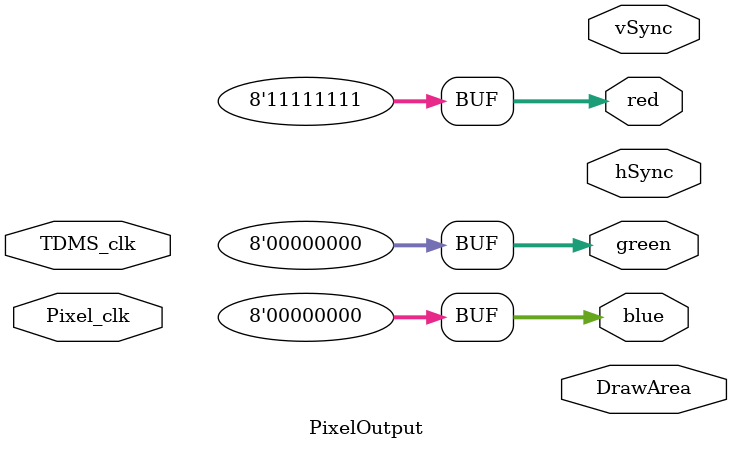
<source format=v>
`timescale 1ns / 1ps

module PixelOutput(
input Pixel_clk,//25Mhz
input TDMS_clk,//250Mhz

output reg [7:0] red,blue,green,
output reg hSync, vSync, DrawArea//DrawArea == VDE

    );
    
      reg [9:0] counterH=10'b0000000000;//10 bit counter so can count up to 1024.
      reg [9:0] counterV=10'b0000000000;

    initial begin
        red = 8'b11111111;
        blue=8'b00000000;
        green=8'b00000000;
    end
    
    always@(posedge Pixel_clk)begin
       counterH = counterH + 1;
       if(counterH==800)begin
            counterV=counterV+1;
       end
       
       
        
    end
    
    
    
    
    
    
    
endmodule

</source>
